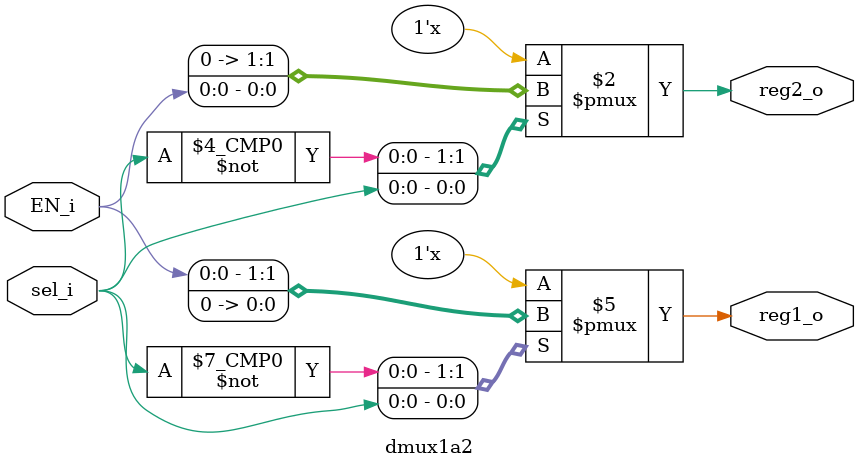
<source format=sv>
`timescale 1ns / 1ps

module dmux1a2 
    (
        input logic EN_i,
        input logic  sel_i,
            
        output logic reg1_o,
        output logic reg2_o
    );
    
    always_comb begin
        unique case (sel_i)
            0: begin 
                reg1_o = EN_i; 
                reg2_o = 1'b0;
            end
            
            1: begin 
                reg2_o = EN_i; 
                reg1_o = 1'b0;
            end
        endcase
    
    end
    
endmodule
</source>
